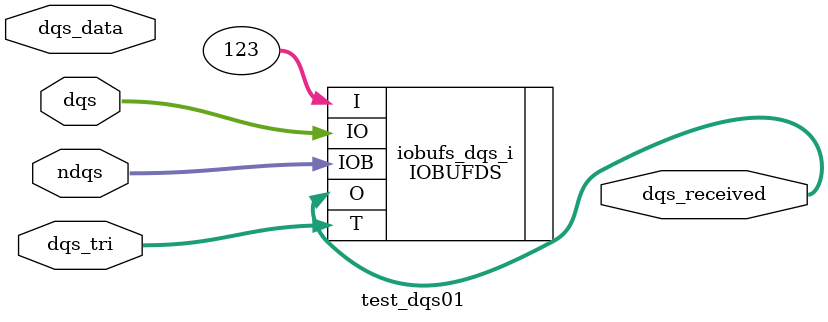
<source format=v>
/*******************************************************************************
 * Module: test_dqs01
 * Date:2014-04-26  
 * Author: Andrey Filippov
 * Description: Testing DQS implementation
 *
 * Copyright (c) 2014 Elphel, Inc.
 * test_dqs01.v is free software; you can redistribute it and/or modify
 * it under the terms of the GNU General Public License as published by
 * the Free Software Foundation, either version 3 of the License, or
 * (at your option) any later version.
 *
 *  test_dqs01.v is distributed in the hope that it will be useful,
 * but WITHOUT ANY WARRANTY; without even the implied warranty of
 * MERCHANTABILITY or FITNESS FOR A PARTICULAR PURPOSE.  See the
 * GNU General Public License for more details.
 *
 * You should have received a copy of the GNU General Public License
 * along with this program.  If not, see <http://www.gnu.org/licenses/> .
 *******************************************************************************/
`timescale 1ns/1ps

module  test_dqs01( 
    input  [1:0] dqs_data, 
    inout  [1:0] dqs,
    inout  [1:0] ndqs,
    output [1:0] dqs_received,
    input  [1:0] dqs_tri
   
);



IOBUFDS #(
    .DQS_BIAS("FALSE"),
    .IBUF_LOW_PWR("TRUE"),
    .IOSTANDARD("DEFAULT"),
    .SLEW("SLOW")
) iobufs_dqs_i (
    .O(dqs_received), 
    .IO(dqs[1:0]),
    .IOB(ndqs),
    .I(123),  //2'b11), //dqs_data),
    .T(dqs_tri));

endmodule


</source>
